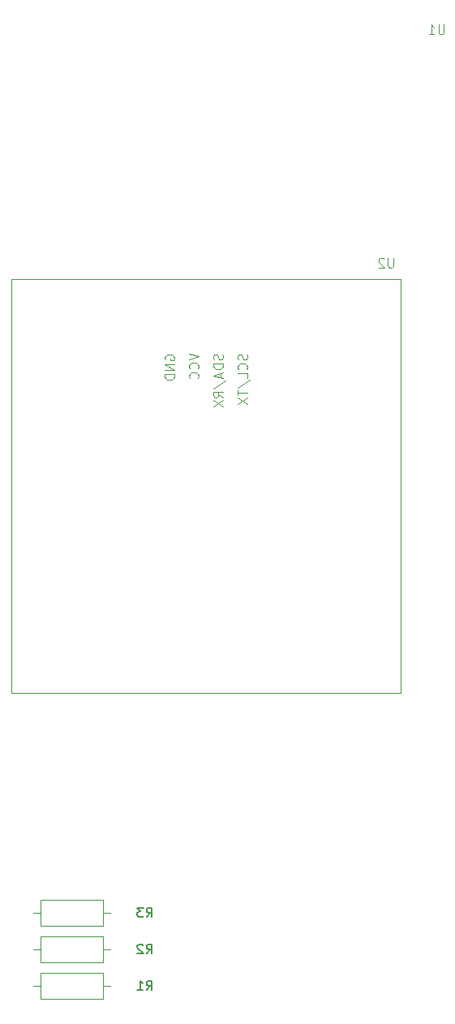
<source format=gbr>
G04 #@! TF.GenerationSoftware,KiCad,Pcbnew,8.0.0*
G04 #@! TF.CreationDate,2024-03-18T20:15:54-07:00*
G04 #@! TF.ProjectId,sumitomo_node_v2,73756d69-746f-46d6-9f5f-6e6f64655f76,rev?*
G04 #@! TF.SameCoordinates,Original*
G04 #@! TF.FileFunction,Legend,Bot*
G04 #@! TF.FilePolarity,Positive*
%FSLAX46Y46*%
G04 Gerber Fmt 4.6, Leading zero omitted, Abs format (unit mm)*
G04 Created by KiCad (PCBNEW 8.0.0) date 2024-03-18 20:15:54*
%MOMM*%
%LPD*%
G01*
G04 APERTURE LIST*
%ADD10C,0.100000*%
%ADD11C,0.150000*%
%ADD12C,0.120000*%
%ADD13C,5.300000*%
%ADD14R,2.200000X2.200000*%
%ADD15O,2.200000X2.200000*%
%ADD16R,2.000000X2.000000*%
%ADD17R,1.600000X1.600000*%
%ADD18O,1.600000X1.600000*%
%ADD19C,1.600000*%
%ADD20R,1.800000X1.800000*%
%ADD21C,1.800000*%
G04 APERTURE END LIST*
D10*
X115021904Y-38121419D02*
X115021904Y-38930942D01*
X115021904Y-38930942D02*
X114974285Y-39026180D01*
X114974285Y-39026180D02*
X114926666Y-39073800D01*
X114926666Y-39073800D02*
X114831428Y-39121419D01*
X114831428Y-39121419D02*
X114640952Y-39121419D01*
X114640952Y-39121419D02*
X114545714Y-39073800D01*
X114545714Y-39073800D02*
X114498095Y-39026180D01*
X114498095Y-39026180D02*
X114450476Y-38930942D01*
X114450476Y-38930942D02*
X114450476Y-38121419D01*
X113450476Y-39121419D02*
X114021904Y-39121419D01*
X113736190Y-39121419D02*
X113736190Y-38121419D01*
X113736190Y-38121419D02*
X113831428Y-38264276D01*
X113831428Y-38264276D02*
X113926666Y-38359514D01*
X113926666Y-38359514D02*
X114021904Y-38407133D01*
X109761904Y-62457419D02*
X109761904Y-63266942D01*
X109761904Y-63266942D02*
X109714285Y-63362180D01*
X109714285Y-63362180D02*
X109666666Y-63409800D01*
X109666666Y-63409800D02*
X109571428Y-63457419D01*
X109571428Y-63457419D02*
X109380952Y-63457419D01*
X109380952Y-63457419D02*
X109285714Y-63409800D01*
X109285714Y-63409800D02*
X109238095Y-63362180D01*
X109238095Y-63362180D02*
X109190476Y-63266942D01*
X109190476Y-63266942D02*
X109190476Y-62457419D01*
X108761904Y-62552657D02*
X108714285Y-62505038D01*
X108714285Y-62505038D02*
X108619047Y-62457419D01*
X108619047Y-62457419D02*
X108380952Y-62457419D01*
X108380952Y-62457419D02*
X108285714Y-62505038D01*
X108285714Y-62505038D02*
X108238095Y-62552657D01*
X108238095Y-62552657D02*
X108190476Y-62647895D01*
X108190476Y-62647895D02*
X108190476Y-62743133D01*
X108190476Y-62743133D02*
X108238095Y-62885990D01*
X108238095Y-62885990D02*
X108809523Y-63457419D01*
X108809523Y-63457419D02*
X108190476Y-63457419D01*
X94459800Y-72526265D02*
X94507419Y-72669122D01*
X94507419Y-72669122D02*
X94507419Y-72907217D01*
X94507419Y-72907217D02*
X94459800Y-73002455D01*
X94459800Y-73002455D02*
X94412180Y-73050074D01*
X94412180Y-73050074D02*
X94316942Y-73097693D01*
X94316942Y-73097693D02*
X94221704Y-73097693D01*
X94221704Y-73097693D02*
X94126466Y-73050074D01*
X94126466Y-73050074D02*
X94078847Y-73002455D01*
X94078847Y-73002455D02*
X94031228Y-72907217D01*
X94031228Y-72907217D02*
X93983609Y-72716741D01*
X93983609Y-72716741D02*
X93935990Y-72621503D01*
X93935990Y-72621503D02*
X93888371Y-72573884D01*
X93888371Y-72573884D02*
X93793133Y-72526265D01*
X93793133Y-72526265D02*
X93697895Y-72526265D01*
X93697895Y-72526265D02*
X93602657Y-72573884D01*
X93602657Y-72573884D02*
X93555038Y-72621503D01*
X93555038Y-72621503D02*
X93507419Y-72716741D01*
X93507419Y-72716741D02*
X93507419Y-72954836D01*
X93507419Y-72954836D02*
X93555038Y-73097693D01*
X94412180Y-74097693D02*
X94459800Y-74050074D01*
X94459800Y-74050074D02*
X94507419Y-73907217D01*
X94507419Y-73907217D02*
X94507419Y-73811979D01*
X94507419Y-73811979D02*
X94459800Y-73669122D01*
X94459800Y-73669122D02*
X94364561Y-73573884D01*
X94364561Y-73573884D02*
X94269323Y-73526265D01*
X94269323Y-73526265D02*
X94078847Y-73478646D01*
X94078847Y-73478646D02*
X93935990Y-73478646D01*
X93935990Y-73478646D02*
X93745514Y-73526265D01*
X93745514Y-73526265D02*
X93650276Y-73573884D01*
X93650276Y-73573884D02*
X93555038Y-73669122D01*
X93555038Y-73669122D02*
X93507419Y-73811979D01*
X93507419Y-73811979D02*
X93507419Y-73907217D01*
X93507419Y-73907217D02*
X93555038Y-74050074D01*
X93555038Y-74050074D02*
X93602657Y-74097693D01*
X94507419Y-75002455D02*
X94507419Y-74526265D01*
X94507419Y-74526265D02*
X93507419Y-74526265D01*
X93459800Y-76050074D02*
X94745514Y-75192932D01*
X93507419Y-76240551D02*
X93507419Y-76811979D01*
X94507419Y-76526265D02*
X93507419Y-76526265D01*
X93507419Y-77050075D02*
X94507419Y-77716741D01*
X93507419Y-77716741D02*
X94507419Y-77050075D01*
X91919800Y-72526265D02*
X91967419Y-72669122D01*
X91967419Y-72669122D02*
X91967419Y-72907217D01*
X91967419Y-72907217D02*
X91919800Y-73002455D01*
X91919800Y-73002455D02*
X91872180Y-73050074D01*
X91872180Y-73050074D02*
X91776942Y-73097693D01*
X91776942Y-73097693D02*
X91681704Y-73097693D01*
X91681704Y-73097693D02*
X91586466Y-73050074D01*
X91586466Y-73050074D02*
X91538847Y-73002455D01*
X91538847Y-73002455D02*
X91491228Y-72907217D01*
X91491228Y-72907217D02*
X91443609Y-72716741D01*
X91443609Y-72716741D02*
X91395990Y-72621503D01*
X91395990Y-72621503D02*
X91348371Y-72573884D01*
X91348371Y-72573884D02*
X91253133Y-72526265D01*
X91253133Y-72526265D02*
X91157895Y-72526265D01*
X91157895Y-72526265D02*
X91062657Y-72573884D01*
X91062657Y-72573884D02*
X91015038Y-72621503D01*
X91015038Y-72621503D02*
X90967419Y-72716741D01*
X90967419Y-72716741D02*
X90967419Y-72954836D01*
X90967419Y-72954836D02*
X91015038Y-73097693D01*
X91967419Y-73526265D02*
X90967419Y-73526265D01*
X90967419Y-73526265D02*
X90967419Y-73764360D01*
X90967419Y-73764360D02*
X91015038Y-73907217D01*
X91015038Y-73907217D02*
X91110276Y-74002455D01*
X91110276Y-74002455D02*
X91205514Y-74050074D01*
X91205514Y-74050074D02*
X91395990Y-74097693D01*
X91395990Y-74097693D02*
X91538847Y-74097693D01*
X91538847Y-74097693D02*
X91729323Y-74050074D01*
X91729323Y-74050074D02*
X91824561Y-74002455D01*
X91824561Y-74002455D02*
X91919800Y-73907217D01*
X91919800Y-73907217D02*
X91967419Y-73764360D01*
X91967419Y-73764360D02*
X91967419Y-73526265D01*
X91681704Y-74478646D02*
X91681704Y-74954836D01*
X91967419Y-74383408D02*
X90967419Y-74716741D01*
X90967419Y-74716741D02*
X91967419Y-75050074D01*
X90919800Y-76097693D02*
X92205514Y-75240551D01*
X91967419Y-77002455D02*
X91491228Y-76669122D01*
X91967419Y-76431027D02*
X90967419Y-76431027D01*
X90967419Y-76431027D02*
X90967419Y-76811979D01*
X90967419Y-76811979D02*
X91015038Y-76907217D01*
X91015038Y-76907217D02*
X91062657Y-76954836D01*
X91062657Y-76954836D02*
X91157895Y-77002455D01*
X91157895Y-77002455D02*
X91300752Y-77002455D01*
X91300752Y-77002455D02*
X91395990Y-76954836D01*
X91395990Y-76954836D02*
X91443609Y-76907217D01*
X91443609Y-76907217D02*
X91491228Y-76811979D01*
X91491228Y-76811979D02*
X91491228Y-76431027D01*
X90967419Y-77335789D02*
X91967419Y-78002455D01*
X90967419Y-78002455D02*
X91967419Y-77335789D01*
X85935038Y-73097693D02*
X85887419Y-73002455D01*
X85887419Y-73002455D02*
X85887419Y-72859598D01*
X85887419Y-72859598D02*
X85935038Y-72716741D01*
X85935038Y-72716741D02*
X86030276Y-72621503D01*
X86030276Y-72621503D02*
X86125514Y-72573884D01*
X86125514Y-72573884D02*
X86315990Y-72526265D01*
X86315990Y-72526265D02*
X86458847Y-72526265D01*
X86458847Y-72526265D02*
X86649323Y-72573884D01*
X86649323Y-72573884D02*
X86744561Y-72621503D01*
X86744561Y-72621503D02*
X86839800Y-72716741D01*
X86839800Y-72716741D02*
X86887419Y-72859598D01*
X86887419Y-72859598D02*
X86887419Y-72954836D01*
X86887419Y-72954836D02*
X86839800Y-73097693D01*
X86839800Y-73097693D02*
X86792180Y-73145312D01*
X86792180Y-73145312D02*
X86458847Y-73145312D01*
X86458847Y-73145312D02*
X86458847Y-72954836D01*
X86887419Y-73573884D02*
X85887419Y-73573884D01*
X85887419Y-73573884D02*
X86887419Y-74145312D01*
X86887419Y-74145312D02*
X85887419Y-74145312D01*
X86887419Y-74621503D02*
X85887419Y-74621503D01*
X85887419Y-74621503D02*
X85887419Y-74859598D01*
X85887419Y-74859598D02*
X85935038Y-75002455D01*
X85935038Y-75002455D02*
X86030276Y-75097693D01*
X86030276Y-75097693D02*
X86125514Y-75145312D01*
X86125514Y-75145312D02*
X86315990Y-75192931D01*
X86315990Y-75192931D02*
X86458847Y-75192931D01*
X86458847Y-75192931D02*
X86649323Y-75145312D01*
X86649323Y-75145312D02*
X86744561Y-75097693D01*
X86744561Y-75097693D02*
X86839800Y-75002455D01*
X86839800Y-75002455D02*
X86887419Y-74859598D01*
X86887419Y-74859598D02*
X86887419Y-74621503D01*
X88427419Y-72431027D02*
X89427419Y-72764360D01*
X89427419Y-72764360D02*
X88427419Y-73097693D01*
X89332180Y-74002455D02*
X89379800Y-73954836D01*
X89379800Y-73954836D02*
X89427419Y-73811979D01*
X89427419Y-73811979D02*
X89427419Y-73716741D01*
X89427419Y-73716741D02*
X89379800Y-73573884D01*
X89379800Y-73573884D02*
X89284561Y-73478646D01*
X89284561Y-73478646D02*
X89189323Y-73431027D01*
X89189323Y-73431027D02*
X88998847Y-73383408D01*
X88998847Y-73383408D02*
X88855990Y-73383408D01*
X88855990Y-73383408D02*
X88665514Y-73431027D01*
X88665514Y-73431027D02*
X88570276Y-73478646D01*
X88570276Y-73478646D02*
X88475038Y-73573884D01*
X88475038Y-73573884D02*
X88427419Y-73716741D01*
X88427419Y-73716741D02*
X88427419Y-73811979D01*
X88427419Y-73811979D02*
X88475038Y-73954836D01*
X88475038Y-73954836D02*
X88522657Y-74002455D01*
X89332180Y-75002455D02*
X89379800Y-74954836D01*
X89379800Y-74954836D02*
X89427419Y-74811979D01*
X89427419Y-74811979D02*
X89427419Y-74716741D01*
X89427419Y-74716741D02*
X89379800Y-74573884D01*
X89379800Y-74573884D02*
X89284561Y-74478646D01*
X89284561Y-74478646D02*
X89189323Y-74431027D01*
X89189323Y-74431027D02*
X88998847Y-74383408D01*
X88998847Y-74383408D02*
X88855990Y-74383408D01*
X88855990Y-74383408D02*
X88665514Y-74431027D01*
X88665514Y-74431027D02*
X88570276Y-74478646D01*
X88570276Y-74478646D02*
X88475038Y-74573884D01*
X88475038Y-74573884D02*
X88427419Y-74716741D01*
X88427419Y-74716741D02*
X88427419Y-74811979D01*
X88427419Y-74811979D02*
X88475038Y-74954836D01*
X88475038Y-74954836D02*
X88522657Y-75002455D01*
D11*
X83986666Y-131264819D02*
X84319999Y-130788628D01*
X84558094Y-131264819D02*
X84558094Y-130264819D01*
X84558094Y-130264819D02*
X84177142Y-130264819D01*
X84177142Y-130264819D02*
X84081904Y-130312438D01*
X84081904Y-130312438D02*
X84034285Y-130360057D01*
X84034285Y-130360057D02*
X83986666Y-130455295D01*
X83986666Y-130455295D02*
X83986666Y-130598152D01*
X83986666Y-130598152D02*
X84034285Y-130693390D01*
X84034285Y-130693390D02*
X84081904Y-130741009D01*
X84081904Y-130741009D02*
X84177142Y-130788628D01*
X84177142Y-130788628D02*
X84558094Y-130788628D01*
X83653332Y-130264819D02*
X83034285Y-130264819D01*
X83034285Y-130264819D02*
X83367618Y-130645771D01*
X83367618Y-130645771D02*
X83224761Y-130645771D01*
X83224761Y-130645771D02*
X83129523Y-130693390D01*
X83129523Y-130693390D02*
X83081904Y-130741009D01*
X83081904Y-130741009D02*
X83034285Y-130836247D01*
X83034285Y-130836247D02*
X83034285Y-131074342D01*
X83034285Y-131074342D02*
X83081904Y-131169580D01*
X83081904Y-131169580D02*
X83129523Y-131217200D01*
X83129523Y-131217200D02*
X83224761Y-131264819D01*
X83224761Y-131264819D02*
X83510475Y-131264819D01*
X83510475Y-131264819D02*
X83605713Y-131217200D01*
X83605713Y-131217200D02*
X83653332Y-131169580D01*
X83986666Y-135074819D02*
X84319999Y-134598628D01*
X84558094Y-135074819D02*
X84558094Y-134074819D01*
X84558094Y-134074819D02*
X84177142Y-134074819D01*
X84177142Y-134074819D02*
X84081904Y-134122438D01*
X84081904Y-134122438D02*
X84034285Y-134170057D01*
X84034285Y-134170057D02*
X83986666Y-134265295D01*
X83986666Y-134265295D02*
X83986666Y-134408152D01*
X83986666Y-134408152D02*
X84034285Y-134503390D01*
X84034285Y-134503390D02*
X84081904Y-134551009D01*
X84081904Y-134551009D02*
X84177142Y-134598628D01*
X84177142Y-134598628D02*
X84558094Y-134598628D01*
X83605713Y-134170057D02*
X83558094Y-134122438D01*
X83558094Y-134122438D02*
X83462856Y-134074819D01*
X83462856Y-134074819D02*
X83224761Y-134074819D01*
X83224761Y-134074819D02*
X83129523Y-134122438D01*
X83129523Y-134122438D02*
X83081904Y-134170057D01*
X83081904Y-134170057D02*
X83034285Y-134265295D01*
X83034285Y-134265295D02*
X83034285Y-134360533D01*
X83034285Y-134360533D02*
X83081904Y-134503390D01*
X83081904Y-134503390D02*
X83653332Y-135074819D01*
X83653332Y-135074819D02*
X83034285Y-135074819D01*
X83986666Y-138884819D02*
X84319999Y-138408628D01*
X84558094Y-138884819D02*
X84558094Y-137884819D01*
X84558094Y-137884819D02*
X84177142Y-137884819D01*
X84177142Y-137884819D02*
X84081904Y-137932438D01*
X84081904Y-137932438D02*
X84034285Y-137980057D01*
X84034285Y-137980057D02*
X83986666Y-138075295D01*
X83986666Y-138075295D02*
X83986666Y-138218152D01*
X83986666Y-138218152D02*
X84034285Y-138313390D01*
X84034285Y-138313390D02*
X84081904Y-138361009D01*
X84081904Y-138361009D02*
X84177142Y-138408628D01*
X84177142Y-138408628D02*
X84558094Y-138408628D01*
X83034285Y-138884819D02*
X83605713Y-138884819D01*
X83319999Y-138884819D02*
X83319999Y-137884819D01*
X83319999Y-137884819D02*
X83415237Y-138027676D01*
X83415237Y-138027676D02*
X83510475Y-138122914D01*
X83510475Y-138122914D02*
X83605713Y-138170533D01*
D10*
X110510000Y-107830000D02*
X69870000Y-107830000D01*
X69870000Y-64650000D01*
X110510000Y-64650000D01*
X110510000Y-107830000D01*
D12*
X72930000Y-130810000D02*
X72160000Y-130810000D01*
X72930000Y-129440000D02*
X72930000Y-132180000D01*
X79470000Y-129440000D02*
X72930000Y-129440000D01*
X72930000Y-132180000D02*
X79470000Y-132180000D01*
X79470000Y-132180000D02*
X79470000Y-129440000D01*
X79470000Y-130810000D02*
X80240000Y-130810000D01*
X72930000Y-134620000D02*
X72160000Y-134620000D01*
X72930000Y-133250000D02*
X72930000Y-135990000D01*
X79470000Y-133250000D02*
X72930000Y-133250000D01*
X72930000Y-135990000D02*
X79470000Y-135990000D01*
X79470000Y-135990000D02*
X79470000Y-133250000D01*
X79470000Y-134620000D02*
X80240000Y-134620000D01*
X72930000Y-138430000D02*
X72160000Y-138430000D01*
X72930000Y-137060000D02*
X72930000Y-139800000D01*
X79470000Y-137060000D02*
X72930000Y-137060000D01*
X72930000Y-139800000D02*
X79470000Y-139800000D01*
X79470000Y-139800000D02*
X79470000Y-137060000D01*
X79470000Y-138430000D02*
X80240000Y-138430000D01*
%LPC*%
D13*
X121580000Y-162636000D03*
X60538000Y-162636000D03*
X121580000Y-52756000D03*
X60538000Y-52760000D03*
D14*
X90170000Y-159385000D03*
D15*
X100330000Y-159385000D03*
D16*
X114260000Y-69144000D03*
X114260000Y-71684000D03*
X114260000Y-74224000D03*
X114260000Y-76764000D03*
X114260000Y-79304000D03*
X114260000Y-81844000D03*
X114260000Y-84384000D03*
X114260000Y-86924000D03*
X114260000Y-92004000D03*
X114260000Y-94544000D03*
X114260000Y-97084000D03*
X114260000Y-99624000D03*
X114260000Y-102164000D03*
X114260000Y-104704000D03*
X114260000Y-107244000D03*
X114260000Y-109784000D03*
X114260000Y-114864000D03*
X114260000Y-117404000D03*
X114260000Y-119944000D03*
X114260000Y-122484000D03*
X114260000Y-125024000D03*
X114260000Y-127564000D03*
X114260000Y-130104000D03*
X114260000Y-132644000D03*
X66000000Y-60000000D03*
X66000000Y-62540000D03*
X66000000Y-65080000D03*
X66000000Y-67620000D03*
X66000000Y-70160000D03*
X66000000Y-72700000D03*
X66000000Y-75240000D03*
X66000000Y-77780000D03*
X66000000Y-80320000D03*
X66000000Y-82860000D03*
X66000000Y-86924000D03*
X66000000Y-89464000D03*
X66000000Y-92004000D03*
X66000000Y-94544000D03*
X66000000Y-97084000D03*
X66000000Y-99624000D03*
X66000000Y-102164000D03*
X66000000Y-104704000D03*
X66000000Y-109784000D03*
X66000000Y-112324000D03*
X66000000Y-114864000D03*
X66000000Y-117404000D03*
X66000000Y-119944000D03*
X66000000Y-122484000D03*
X66000000Y-125024000D03*
X66000000Y-127564000D03*
X85090000Y-156210000D03*
X85090000Y-153670000D03*
X85090000Y-151130000D03*
X85090000Y-148590000D03*
X85090000Y-146050000D03*
X86380000Y-71000000D03*
X88920000Y-71000000D03*
X91460000Y-71000000D03*
X94000000Y-71000000D03*
D17*
X114300000Y-147000000D03*
D18*
X111760000Y-147000000D03*
X109220000Y-147000000D03*
X106680000Y-147000000D03*
X104140000Y-147000000D03*
X101600000Y-147000000D03*
X99060000Y-147000000D03*
X96520000Y-147000000D03*
X93980000Y-147000000D03*
X91440000Y-147000000D03*
X91440000Y-154620000D03*
X93980000Y-154620000D03*
X96520000Y-154620000D03*
X99060000Y-154620000D03*
X101600000Y-154620000D03*
X104140000Y-154620000D03*
X106680000Y-154620000D03*
X109220000Y-154620000D03*
X111760000Y-154620000D03*
X114300000Y-154620000D03*
X71120000Y-130810000D03*
D19*
X81280000Y-130810000D03*
D18*
X71120000Y-134620000D03*
D19*
X81280000Y-134620000D03*
D18*
X71120000Y-138430000D03*
D19*
X81280000Y-138430000D03*
D20*
X78740000Y-160030000D03*
D21*
X78740000Y-157490000D03*
D20*
X71120000Y-152400000D03*
D21*
X71120000Y-154940000D03*
D20*
X71120000Y-144780000D03*
D21*
X71120000Y-147320000D03*
%LPD*%
M02*

</source>
